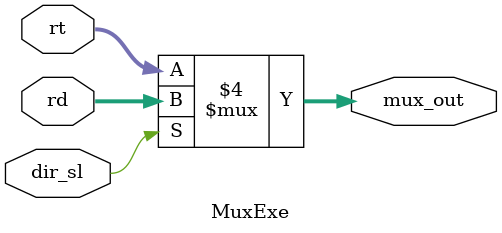
<source format=v>

module MuxExe (rt, rd, mux_out, dir_sl);

input wire [3:0] rd, rt;
input wire dir_sl;
output reg [3:0] mux_out;

always @*
begin
    if (dir_sl == 1'b0) begin
        mux_out = rt;
    end
    else begin
        mux_out = rd;
    end
end

endmodule
</source>
